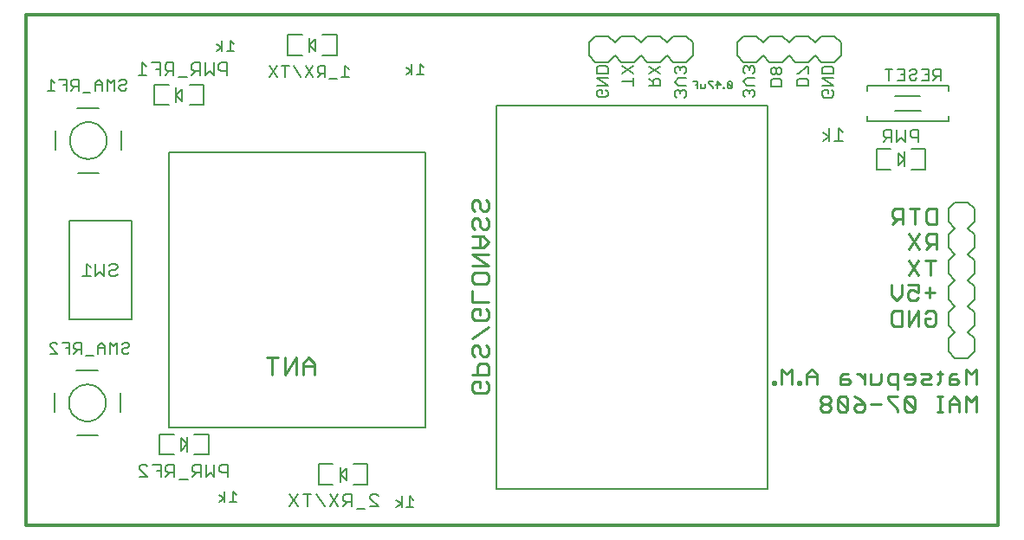
<source format=gbo>
G75*
%MOIN*%
%OFA0B0*%
%FSLAX24Y24*%
%IPPOS*%
%LPD*%
%AMOC8*
5,1,8,0,0,1.08239X$1,22.5*
%
%ADD10C,0.0080*%
%ADD11C,0.0110*%
%ADD12C,0.0120*%
%ADD13C,0.0050*%
D10*
X004512Y002030D02*
X004832Y002030D01*
X004512Y002351D01*
X004512Y002431D01*
X004592Y002511D01*
X004752Y002511D01*
X004832Y002431D01*
X005028Y002511D02*
X005348Y002511D01*
X005348Y002030D01*
X005543Y002030D02*
X005703Y002190D01*
X005623Y002190D02*
X005863Y002190D01*
X005863Y002030D02*
X005863Y002511D01*
X005623Y002511D01*
X005543Y002431D01*
X005543Y002271D01*
X005623Y002190D01*
X005348Y002271D02*
X005188Y002271D01*
X005299Y002896D02*
X005299Y003683D01*
X005851Y003683D01*
X006126Y003525D02*
X006362Y003289D01*
X006126Y003053D01*
X006126Y003525D01*
X006362Y003565D02*
X006362Y003289D01*
X006362Y003014D01*
X006638Y002896D02*
X007189Y002896D01*
X007189Y003683D01*
X006638Y003683D01*
X005851Y002896D02*
X005299Y002896D01*
X006574Y002431D02*
X006574Y002271D01*
X006655Y002190D01*
X006895Y002190D01*
X006895Y002030D02*
X006895Y002511D01*
X006655Y002511D01*
X006574Y002431D01*
X007090Y002511D02*
X007090Y002030D01*
X007250Y002190D01*
X007410Y002030D01*
X007410Y002511D01*
X007606Y002431D02*
X007606Y002271D01*
X007686Y002190D01*
X007926Y002190D01*
X007926Y002030D02*
X007926Y002511D01*
X007686Y002511D01*
X007606Y002431D01*
X006735Y002190D02*
X006574Y002030D01*
X006379Y001950D02*
X006059Y001950D01*
X007598Y001338D02*
X007808Y001198D01*
X007598Y001058D01*
X007808Y001058D02*
X007808Y001478D01*
X008128Y001478D02*
X008268Y001338D01*
X008128Y001478D02*
X008128Y001058D01*
X008268Y001058D02*
X007988Y001058D01*
X010308Y000899D02*
X010628Y001379D01*
X010824Y001379D02*
X011144Y001379D01*
X010984Y001379D02*
X010984Y000899D01*
X010628Y000899D02*
X010308Y001379D01*
X011339Y001379D02*
X011660Y000899D01*
X011855Y000899D02*
X012175Y001379D01*
X012371Y001299D02*
X012371Y001139D01*
X012451Y001059D01*
X012691Y001059D01*
X012531Y001059D02*
X012371Y000899D01*
X012175Y000899D02*
X011855Y001379D01*
X012371Y001299D02*
X012451Y001379D01*
X012691Y001379D01*
X012691Y000899D01*
X012886Y000818D02*
X013206Y000818D01*
X013402Y000899D02*
X013722Y000899D01*
X013402Y001219D01*
X013402Y001299D01*
X013482Y001379D01*
X013642Y001379D01*
X013722Y001299D01*
X013310Y001735D02*
X012758Y001735D01*
X012483Y001892D02*
X012247Y002129D01*
X012483Y002365D01*
X012483Y001892D01*
X012247Y001853D02*
X012247Y002129D01*
X012247Y002404D01*
X011971Y002522D02*
X011420Y002522D01*
X011420Y001735D01*
X011971Y001735D01*
X012758Y002522D02*
X013310Y002522D01*
X013310Y001735D01*
X014404Y001149D02*
X014614Y001009D01*
X014404Y000869D01*
X014614Y000869D02*
X014614Y001289D01*
X014935Y001289D02*
X015075Y001149D01*
X014935Y001289D02*
X014935Y000869D01*
X015075Y000869D02*
X014794Y000869D01*
X003782Y004530D02*
X003782Y005278D01*
X002916Y006144D02*
X002089Y006144D01*
X002010Y006784D02*
X002151Y006925D01*
X002080Y006925D02*
X002291Y006925D01*
X002291Y006784D02*
X002291Y007205D01*
X002080Y007205D01*
X002010Y007135D01*
X002010Y006995D01*
X002080Y006925D01*
X001830Y006995D02*
X001690Y006995D01*
X001830Y007205D02*
X001830Y006784D01*
X001370Y006784D02*
X001090Y007065D01*
X001090Y007135D01*
X001160Y007205D01*
X001300Y007205D01*
X001370Y007135D01*
X001550Y007205D02*
X001830Y007205D01*
X001370Y006784D02*
X001090Y006784D01*
X002471Y006714D02*
X002751Y006714D01*
X002931Y006784D02*
X002931Y007065D01*
X003071Y007205D01*
X003211Y007065D01*
X003211Y006784D01*
X003392Y006784D02*
X003392Y007205D01*
X003532Y007065D01*
X003672Y007205D01*
X003672Y006784D01*
X003852Y006854D02*
X003922Y006784D01*
X004062Y006784D01*
X004132Y006854D01*
X004062Y006995D02*
X003922Y006995D01*
X003852Y006925D01*
X003852Y006854D01*
X004062Y006995D02*
X004132Y007065D01*
X004132Y007135D01*
X004062Y007205D01*
X003922Y007205D01*
X003852Y007135D01*
X003211Y006995D02*
X002931Y006995D01*
X001262Y005278D02*
X001262Y004530D01*
X001813Y004884D02*
X001815Y004937D01*
X001821Y004990D01*
X001831Y005042D01*
X001844Y005093D01*
X001862Y005143D01*
X001883Y005192D01*
X001908Y005239D01*
X001936Y005283D01*
X001968Y005326D01*
X002002Y005366D01*
X002040Y005404D01*
X002080Y005438D01*
X002123Y005470D01*
X002168Y005498D01*
X002214Y005523D01*
X002263Y005544D01*
X002313Y005562D01*
X002364Y005575D01*
X002416Y005585D01*
X002469Y005591D01*
X002522Y005593D01*
X002575Y005591D01*
X002628Y005585D01*
X002680Y005575D01*
X002731Y005562D01*
X002781Y005544D01*
X002830Y005523D01*
X002877Y005498D01*
X002921Y005470D01*
X002964Y005438D01*
X003004Y005404D01*
X003042Y005366D01*
X003076Y005326D01*
X003108Y005283D01*
X003136Y005238D01*
X003161Y005192D01*
X003182Y005143D01*
X003200Y005093D01*
X003213Y005042D01*
X003223Y004990D01*
X003229Y004937D01*
X003231Y004884D01*
X003229Y004831D01*
X003223Y004778D01*
X003213Y004726D01*
X003200Y004675D01*
X003182Y004625D01*
X003161Y004576D01*
X003136Y004529D01*
X003108Y004485D01*
X003076Y004442D01*
X003042Y004402D01*
X003004Y004364D01*
X002964Y004330D01*
X002921Y004298D01*
X002876Y004270D01*
X002830Y004245D01*
X002781Y004224D01*
X002731Y004206D01*
X002680Y004193D01*
X002628Y004183D01*
X002575Y004177D01*
X002522Y004175D01*
X002469Y004177D01*
X002416Y004183D01*
X002364Y004193D01*
X002313Y004206D01*
X002263Y004224D01*
X002214Y004245D01*
X002167Y004270D01*
X002123Y004298D01*
X002080Y004330D01*
X002040Y004364D01*
X002002Y004402D01*
X001968Y004442D01*
X001936Y004485D01*
X001908Y004530D01*
X001883Y004576D01*
X001862Y004625D01*
X001844Y004675D01*
X001831Y004726D01*
X001821Y004778D01*
X001815Y004831D01*
X001813Y004884D01*
X002129Y003625D02*
X002916Y003625D01*
X002843Y009770D02*
X002843Y010250D01*
X002647Y010090D02*
X002487Y010250D01*
X002487Y009770D01*
X002647Y009770D02*
X002327Y009770D01*
X002843Y009770D02*
X003003Y009930D01*
X003163Y009770D01*
X003163Y010250D01*
X003358Y010170D02*
X003439Y010250D01*
X003599Y010250D01*
X003679Y010170D01*
X003679Y010090D01*
X003599Y010010D01*
X003439Y010010D01*
X003358Y009930D01*
X003358Y009850D01*
X003439Y009770D01*
X003599Y009770D01*
X003679Y009850D01*
X002951Y013733D02*
X002163Y013733D01*
X001297Y014638D02*
X001297Y015386D01*
X001848Y014993D02*
X001850Y015046D01*
X001856Y015099D01*
X001866Y015151D01*
X001879Y015202D01*
X001897Y015252D01*
X001918Y015301D01*
X001943Y015348D01*
X001971Y015392D01*
X002003Y015435D01*
X002037Y015475D01*
X002075Y015513D01*
X002115Y015547D01*
X002158Y015579D01*
X002203Y015607D01*
X002249Y015632D01*
X002298Y015653D01*
X002348Y015671D01*
X002399Y015684D01*
X002451Y015694D01*
X002504Y015700D01*
X002557Y015702D01*
X002610Y015700D01*
X002663Y015694D01*
X002715Y015684D01*
X002766Y015671D01*
X002816Y015653D01*
X002865Y015632D01*
X002912Y015607D01*
X002956Y015579D01*
X002999Y015547D01*
X003039Y015513D01*
X003077Y015475D01*
X003111Y015435D01*
X003143Y015392D01*
X003171Y015347D01*
X003196Y015301D01*
X003217Y015252D01*
X003235Y015202D01*
X003248Y015151D01*
X003258Y015099D01*
X003264Y015046D01*
X003266Y014993D01*
X003264Y014940D01*
X003258Y014887D01*
X003248Y014835D01*
X003235Y014784D01*
X003217Y014734D01*
X003196Y014685D01*
X003171Y014638D01*
X003143Y014594D01*
X003111Y014551D01*
X003077Y014511D01*
X003039Y014473D01*
X002999Y014439D01*
X002956Y014407D01*
X002911Y014379D01*
X002865Y014354D01*
X002816Y014333D01*
X002766Y014315D01*
X002715Y014302D01*
X002663Y014292D01*
X002610Y014286D01*
X002557Y014284D01*
X002504Y014286D01*
X002451Y014292D01*
X002399Y014302D01*
X002348Y014315D01*
X002298Y014333D01*
X002249Y014354D01*
X002202Y014379D01*
X002158Y014407D01*
X002115Y014439D01*
X002075Y014473D01*
X002037Y014511D01*
X002003Y014551D01*
X001971Y014594D01*
X001943Y014639D01*
X001918Y014685D01*
X001897Y014734D01*
X001879Y014784D01*
X001866Y014835D01*
X001856Y014887D01*
X001850Y014940D01*
X001848Y014993D01*
X003817Y014638D02*
X003817Y015386D01*
X002951Y016252D02*
X002124Y016252D01*
X002364Y016851D02*
X002644Y016851D01*
X002824Y016921D02*
X002824Y017201D01*
X002964Y017341D01*
X003105Y017201D01*
X003105Y016921D01*
X003285Y016921D02*
X003285Y017341D01*
X003425Y017201D01*
X003565Y017341D01*
X003565Y016921D01*
X003745Y016991D02*
X003815Y016921D01*
X003955Y016921D01*
X004025Y016991D01*
X003955Y017131D02*
X003815Y017131D01*
X003745Y017061D01*
X003745Y016991D01*
X003955Y017131D02*
X004025Y017201D01*
X004025Y017271D01*
X003955Y017341D01*
X003815Y017341D01*
X003745Y017271D01*
X003105Y017131D02*
X002824Y017131D01*
X002184Y017061D02*
X001974Y017061D01*
X001904Y017131D01*
X001904Y017271D01*
X001974Y017341D01*
X002184Y017341D01*
X002184Y016921D01*
X002044Y017061D02*
X001904Y016921D01*
X001723Y016921D02*
X001723Y017341D01*
X001443Y017341D01*
X001263Y017201D02*
X001123Y017341D01*
X001123Y016921D01*
X001263Y016921D02*
X000983Y016921D01*
X001583Y017131D02*
X001723Y017131D01*
X004481Y017509D02*
X004802Y017509D01*
X004642Y017509D02*
X004642Y017990D01*
X004802Y017829D01*
X004997Y017990D02*
X005317Y017990D01*
X005317Y017509D01*
X005513Y017509D02*
X005673Y017669D01*
X005593Y017669D02*
X005833Y017669D01*
X005833Y017509D02*
X005833Y017990D01*
X005593Y017990D01*
X005513Y017909D01*
X005513Y017749D01*
X005593Y017669D01*
X005317Y017749D02*
X005157Y017749D01*
X006028Y017429D02*
X006349Y017429D01*
X006544Y017509D02*
X006704Y017669D01*
X006624Y017669D02*
X006864Y017669D01*
X006864Y017509D02*
X006864Y017990D01*
X006624Y017990D01*
X006544Y017909D01*
X006544Y017749D01*
X006624Y017669D01*
X007060Y017509D02*
X007060Y017990D01*
X007380Y017990D02*
X007380Y017509D01*
X007220Y017669D01*
X007060Y017509D01*
X007000Y017143D02*
X006449Y017143D01*
X006174Y016985D02*
X006174Y016513D01*
X005937Y016749D01*
X006174Y016985D01*
X005937Y017025D02*
X005937Y016749D01*
X005937Y016474D01*
X005662Y016355D02*
X005111Y016355D01*
X005111Y017143D01*
X005662Y017143D01*
X007000Y017143D02*
X007000Y016355D01*
X006449Y016355D01*
X007896Y017509D02*
X007896Y017990D01*
X007655Y017990D01*
X007575Y017909D01*
X007575Y017749D01*
X007655Y017669D01*
X007896Y017669D01*
X007879Y018424D02*
X008160Y018424D01*
X008019Y018424D02*
X008019Y018844D01*
X008160Y018704D01*
X007699Y018564D02*
X007489Y018704D01*
X007699Y018564D02*
X007489Y018424D01*
X007699Y018424D02*
X007699Y018844D01*
X009541Y017864D02*
X009821Y017444D01*
X009541Y017444D02*
X009821Y017864D01*
X010001Y017864D02*
X010282Y017864D01*
X010142Y017864D02*
X010142Y017444D01*
X010462Y017864D02*
X010742Y017444D01*
X010922Y017444D02*
X011202Y017864D01*
X011383Y017794D02*
X011383Y017654D01*
X011453Y017584D01*
X011663Y017584D01*
X011663Y017444D02*
X011663Y017864D01*
X011453Y017864D01*
X011383Y017794D01*
X011523Y017584D02*
X011383Y017444D01*
X011202Y017444D02*
X010922Y017864D01*
X010790Y018270D02*
X010239Y018270D01*
X010239Y019058D01*
X010790Y019058D01*
X011066Y018940D02*
X011066Y018664D01*
X011302Y018428D01*
X011302Y018900D01*
X011066Y018664D01*
X011066Y018388D01*
X011577Y018270D02*
X012129Y018270D01*
X012129Y019058D01*
X011577Y019058D01*
X012444Y017864D02*
X012444Y017444D01*
X012584Y017444D02*
X012303Y017444D01*
X012123Y017374D02*
X011843Y017374D01*
X012444Y017864D02*
X012584Y017724D01*
X014789Y017809D02*
X014999Y017669D01*
X014789Y017529D01*
X014999Y017529D02*
X014999Y017949D01*
X015319Y017949D02*
X015319Y017529D01*
X015459Y017529D02*
X015179Y017529D01*
X015459Y017809D02*
X015319Y017949D01*
X021822Y018270D02*
X022072Y018020D01*
X022572Y018020D01*
X022822Y018270D01*
X023072Y018020D01*
X023572Y018020D01*
X023822Y018270D01*
X024072Y018020D01*
X024572Y018020D01*
X024822Y018270D01*
X025072Y018020D01*
X025572Y018020D01*
X025822Y018270D01*
X025822Y018770D01*
X025572Y019020D01*
X025072Y019020D01*
X024822Y018770D01*
X024572Y019020D01*
X024072Y019020D01*
X023822Y018770D01*
X023572Y019020D01*
X023072Y019020D01*
X022822Y018770D01*
X022572Y019020D01*
X022072Y019020D01*
X021822Y018770D01*
X021822Y018270D01*
X022195Y017861D02*
X022475Y017861D01*
X022546Y017791D01*
X022546Y017581D01*
X022125Y017581D01*
X022125Y017791D01*
X022195Y017861D01*
X022125Y017401D02*
X022546Y017401D01*
X022546Y017120D02*
X022125Y017120D01*
X022195Y016940D02*
X022335Y016940D01*
X022335Y016800D01*
X022475Y016660D02*
X022195Y016660D01*
X022125Y016730D01*
X022125Y016870D01*
X022195Y016940D01*
X022475Y016940D02*
X022546Y016870D01*
X022546Y016730D01*
X022475Y016660D01*
X022546Y017120D02*
X022125Y017401D01*
X023105Y017260D02*
X023526Y017260D01*
X023526Y017120D02*
X023526Y017400D01*
X023526Y017580D02*
X023105Y017861D01*
X023105Y017580D02*
X023526Y017861D01*
X024145Y017841D02*
X024566Y017560D01*
X024495Y017380D02*
X024355Y017380D01*
X024285Y017310D01*
X024285Y017100D01*
X024145Y017100D02*
X024566Y017100D01*
X024566Y017310D01*
X024495Y017380D01*
X024285Y017240D02*
X024145Y017380D01*
X024145Y017560D02*
X024566Y017841D01*
X025135Y017781D02*
X025135Y017641D01*
X025205Y017571D01*
X025275Y017391D02*
X025135Y017251D01*
X025275Y017110D01*
X025556Y017110D01*
X025485Y016930D02*
X025415Y016930D01*
X025345Y016860D01*
X025275Y016930D01*
X025205Y016930D01*
X025135Y016860D01*
X025135Y016720D01*
X025205Y016650D01*
X025345Y016790D02*
X025345Y016860D01*
X025485Y016930D02*
X025556Y016860D01*
X025556Y016720D01*
X025485Y016650D01*
X025556Y017391D02*
X025275Y017391D01*
X025485Y017571D02*
X025556Y017641D01*
X025556Y017781D01*
X025485Y017851D01*
X025415Y017851D01*
X025345Y017781D01*
X025275Y017851D01*
X025205Y017851D01*
X025135Y017781D01*
X025345Y017781D02*
X025345Y017711D01*
X027513Y018265D02*
X027513Y018765D01*
X027763Y019015D01*
X028263Y019015D01*
X028513Y018765D01*
X028763Y019015D01*
X029263Y019015D01*
X029513Y018765D01*
X029763Y019015D01*
X030263Y019015D01*
X030513Y018765D01*
X030763Y019015D01*
X031263Y019015D01*
X031513Y018765D01*
X031513Y018265D01*
X031263Y018015D01*
X030763Y018015D01*
X030513Y018265D01*
X030263Y018015D01*
X029763Y018015D01*
X029513Y018265D01*
X029263Y018015D01*
X028763Y018015D01*
X028513Y018265D01*
X028263Y018015D01*
X027763Y018015D01*
X027513Y018265D01*
X027838Y017856D02*
X027768Y017786D01*
X027768Y017645D01*
X027838Y017575D01*
X027908Y017395D02*
X028189Y017395D01*
X028119Y017575D02*
X028189Y017645D01*
X028189Y017786D01*
X028119Y017856D01*
X028049Y017856D01*
X027979Y017786D01*
X027908Y017856D01*
X027838Y017856D01*
X027979Y017786D02*
X027979Y017715D01*
X027908Y017395D02*
X027768Y017255D01*
X027908Y017115D01*
X028189Y017115D01*
X028119Y016935D02*
X028049Y016935D01*
X027979Y016865D01*
X027908Y016935D01*
X027838Y016935D01*
X027768Y016865D01*
X027768Y016725D01*
X027838Y016655D01*
X027979Y016795D02*
X027979Y016865D01*
X028119Y016935D02*
X028189Y016865D01*
X028189Y016725D01*
X028119Y016655D01*
X028819Y017081D02*
X028819Y017291D01*
X028890Y017361D01*
X029170Y017361D01*
X029240Y017291D01*
X029240Y017081D01*
X028819Y017081D01*
X028890Y017541D02*
X028960Y017541D01*
X029030Y017611D01*
X029030Y017751D01*
X028960Y017821D01*
X028890Y017821D01*
X028819Y017751D01*
X028819Y017611D01*
X028890Y017541D01*
X029030Y017611D02*
X029100Y017541D01*
X029170Y017541D01*
X029240Y017611D01*
X029240Y017751D01*
X029170Y017821D01*
X029100Y017821D01*
X029030Y017751D01*
X029829Y017562D02*
X029899Y017562D01*
X030180Y017842D01*
X030250Y017842D01*
X030250Y017562D01*
X030180Y017382D02*
X029899Y017382D01*
X029829Y017312D01*
X029829Y017102D01*
X030250Y017102D01*
X030250Y017312D01*
X030180Y017382D01*
X030802Y017393D02*
X031222Y017393D01*
X031222Y017573D02*
X030802Y017573D01*
X030802Y017784D01*
X030872Y017854D01*
X031152Y017854D01*
X031222Y017784D01*
X031222Y017573D01*
X030802Y017393D02*
X031222Y017113D01*
X030802Y017113D01*
X030872Y016933D02*
X031012Y016933D01*
X031012Y016793D01*
X031152Y016933D02*
X031222Y016863D01*
X031222Y016723D01*
X031152Y016653D01*
X030872Y016653D01*
X030802Y016723D01*
X030802Y016863D01*
X030872Y016933D01*
X032516Y016911D02*
X032516Y017108D01*
X035666Y017108D01*
X035666Y016911D01*
X035353Y017321D02*
X035353Y017742D01*
X035143Y017742D01*
X035073Y017672D01*
X035073Y017532D01*
X035143Y017461D01*
X035353Y017461D01*
X035213Y017461D02*
X035073Y017321D01*
X034892Y017321D02*
X034612Y017321D01*
X034432Y017391D02*
X034362Y017321D01*
X034222Y017321D01*
X034152Y017391D01*
X034152Y017461D01*
X034222Y017532D01*
X034362Y017532D01*
X034432Y017602D01*
X034432Y017672D01*
X034362Y017742D01*
X034222Y017742D01*
X034152Y017672D01*
X033972Y017742D02*
X033972Y017321D01*
X033691Y017321D01*
X033832Y017532D02*
X033972Y017532D01*
X033972Y017742D02*
X033691Y017742D01*
X033511Y017742D02*
X033231Y017742D01*
X033371Y017742D02*
X033371Y017321D01*
X033599Y016714D02*
X034563Y016714D01*
X034583Y016124D02*
X033599Y016124D01*
X033664Y015421D02*
X033664Y014941D01*
X033824Y015101D01*
X033984Y014941D01*
X033984Y015421D01*
X034179Y015341D02*
X034259Y015421D01*
X034499Y015421D01*
X034499Y014941D01*
X034499Y015101D02*
X034259Y015101D01*
X034179Y015181D01*
X034179Y015341D01*
X033468Y015421D02*
X033468Y014941D01*
X033468Y015101D02*
X033228Y015101D01*
X033148Y015181D01*
X033148Y015341D01*
X033228Y015421D01*
X033468Y015421D01*
X033308Y015101D02*
X033148Y014941D01*
X032888Y014674D02*
X033439Y014674D01*
X033714Y014517D02*
X033951Y014281D01*
X033714Y014044D01*
X033714Y014517D01*
X033951Y014556D02*
X033951Y014281D01*
X033951Y014005D01*
X034226Y013887D02*
X034777Y013887D01*
X034777Y014674D01*
X034226Y014674D01*
X032888Y014674D02*
X032888Y013887D01*
X033439Y013887D01*
X031586Y014984D02*
X031266Y014984D01*
X031426Y014984D02*
X031426Y015464D01*
X031586Y015304D01*
X031070Y015144D02*
X030830Y015304D01*
X031070Y015144D02*
X030830Y014984D01*
X031070Y014984D02*
X031070Y015464D01*
X032516Y015730D02*
X035666Y015730D01*
X035666Y015927D01*
X034892Y017321D02*
X034892Y017742D01*
X034612Y017742D01*
X034752Y017532D02*
X034892Y017532D01*
X032516Y015927D02*
X032516Y015730D01*
X035656Y012367D02*
X035906Y012617D01*
X036406Y012617D01*
X036656Y012367D01*
X036656Y011867D01*
X036406Y011617D01*
X036656Y011367D01*
X036656Y010867D01*
X036406Y010617D01*
X036656Y010367D01*
X036656Y009867D01*
X036406Y009617D01*
X036656Y009367D01*
X036656Y008867D01*
X036406Y008617D01*
X036656Y008367D01*
X036656Y007867D01*
X036406Y007617D01*
X036656Y007367D01*
X036656Y006867D01*
X036406Y006617D01*
X035906Y006617D01*
X035656Y006867D01*
X035656Y007367D01*
X035906Y007617D01*
X035656Y007867D01*
X035656Y008367D01*
X035906Y008617D01*
X035656Y008867D01*
X035656Y009367D01*
X035906Y009617D01*
X035656Y009867D01*
X035656Y010367D01*
X035906Y010617D01*
X035656Y010867D01*
X035656Y011367D01*
X035906Y011617D01*
X035656Y011867D01*
X035656Y012367D01*
D11*
X035188Y012373D02*
X034893Y012373D01*
X034794Y012274D01*
X034794Y011881D01*
X034893Y011782D01*
X035188Y011782D01*
X035188Y012373D01*
X034544Y012373D02*
X034150Y012373D01*
X034347Y012373D02*
X034347Y011782D01*
X034535Y011398D02*
X034142Y010807D01*
X034535Y010807D02*
X034142Y011398D01*
X033899Y011782D02*
X033899Y012373D01*
X033604Y012373D01*
X033505Y012274D01*
X033505Y012078D01*
X033604Y011979D01*
X033899Y011979D01*
X033702Y011979D02*
X033505Y011782D01*
X034786Y011299D02*
X034786Y011102D01*
X034885Y011004D01*
X035180Y011004D01*
X035180Y010807D02*
X035180Y011398D01*
X034885Y011398D01*
X034786Y011299D01*
X034983Y011004D02*
X034786Y010807D01*
X034756Y010379D02*
X035150Y010379D01*
X034953Y010379D02*
X034953Y009789D01*
X034505Y009789D02*
X034112Y010379D01*
X034505Y010379D02*
X034112Y009789D01*
X034102Y009431D02*
X034495Y009431D01*
X034495Y009135D01*
X034299Y009234D01*
X034200Y009234D01*
X034102Y009135D01*
X034102Y008939D01*
X034200Y008840D01*
X034397Y008840D01*
X034495Y008939D01*
X034746Y009135D02*
X035140Y009135D01*
X034943Y008939D02*
X034943Y009332D01*
X033851Y009431D02*
X033851Y009037D01*
X033654Y008840D01*
X033457Y009037D01*
X033457Y009431D01*
X033568Y008435D02*
X033863Y008435D01*
X033863Y007844D01*
X033568Y007844D01*
X033470Y007943D01*
X033470Y008336D01*
X033568Y008435D01*
X034114Y008435D02*
X034114Y007844D01*
X034508Y008435D01*
X034508Y007844D01*
X034759Y007943D02*
X034759Y008140D01*
X034956Y008140D01*
X035153Y008336D02*
X035153Y007943D01*
X035054Y007844D01*
X034857Y007844D01*
X034759Y007943D01*
X034759Y008336D02*
X034857Y008435D01*
X035054Y008435D01*
X035153Y008336D01*
X035332Y006088D02*
X035332Y005694D01*
X035233Y005596D01*
X035000Y005596D02*
X034705Y005596D01*
X034607Y005694D01*
X034705Y005793D01*
X034902Y005793D01*
X035000Y005891D01*
X034902Y005989D01*
X034607Y005989D01*
X034356Y005891D02*
X034257Y005989D01*
X034061Y005989D01*
X033962Y005891D01*
X033962Y005793D01*
X034356Y005793D01*
X034356Y005891D02*
X034356Y005694D01*
X034257Y005596D01*
X034061Y005596D01*
X033711Y005596D02*
X033416Y005596D01*
X033318Y005694D01*
X033318Y005891D01*
X033416Y005989D01*
X033711Y005989D01*
X033711Y005399D01*
X033711Y005136D02*
X033318Y005136D01*
X033318Y005038D01*
X033711Y004644D01*
X033711Y004546D01*
X033962Y004644D02*
X034061Y004546D01*
X034257Y004546D01*
X034356Y004644D01*
X033962Y005038D01*
X033962Y004644D01*
X034356Y004644D02*
X034356Y005038D01*
X034257Y005136D01*
X034061Y005136D01*
X033962Y005038D01*
X033067Y004841D02*
X032673Y004841D01*
X032422Y004841D02*
X032422Y004644D01*
X032324Y004546D01*
X032127Y004546D01*
X032029Y004644D01*
X032029Y004743D01*
X032127Y004841D01*
X032422Y004841D01*
X032225Y005038D01*
X032029Y005136D01*
X031778Y005038D02*
X031679Y005136D01*
X031482Y005136D01*
X031384Y005038D01*
X031778Y004644D01*
X031679Y004546D01*
X031482Y004546D01*
X031384Y004644D01*
X031384Y005038D01*
X031133Y005038D02*
X031133Y004939D01*
X031035Y004841D01*
X030838Y004841D01*
X030739Y004743D01*
X030739Y004644D01*
X030838Y004546D01*
X031035Y004546D01*
X031133Y004644D01*
X031133Y004743D01*
X031035Y004841D01*
X030838Y004841D02*
X030739Y004939D01*
X030739Y005038D01*
X030838Y005136D01*
X031035Y005136D01*
X031133Y005038D01*
X031778Y005038D02*
X031778Y004644D01*
X031787Y005596D02*
X031491Y005596D01*
X031491Y005891D01*
X031590Y005989D01*
X031787Y005989D01*
X031787Y005793D02*
X031491Y005793D01*
X031787Y005793D02*
X031885Y005694D01*
X031787Y005596D01*
X032225Y005989D02*
X032422Y005793D01*
X032422Y005989D02*
X032422Y005596D01*
X032673Y005596D02*
X032673Y005989D01*
X033067Y005989D02*
X033067Y005694D01*
X032968Y005596D01*
X032673Y005596D01*
X032225Y005989D02*
X032127Y005989D01*
X030596Y005989D02*
X030596Y005596D01*
X030202Y005596D02*
X030202Y005989D01*
X030399Y006186D01*
X030596Y005989D01*
X030596Y005891D02*
X030202Y005891D01*
X029951Y005694D02*
X029853Y005694D01*
X029853Y005596D01*
X029951Y005596D01*
X029951Y005694D01*
X029629Y005596D02*
X029629Y006186D01*
X029432Y005989D01*
X029235Y006186D01*
X029235Y005596D01*
X028985Y005596D02*
X028985Y005694D01*
X028886Y005694D01*
X028886Y005596D01*
X028985Y005596D01*
X035233Y005989D02*
X035430Y005989D01*
X035681Y005891D02*
X035681Y005596D01*
X035976Y005596D01*
X036075Y005694D01*
X035976Y005793D01*
X035681Y005793D01*
X035681Y005891D02*
X035779Y005989D01*
X035976Y005989D01*
X036326Y006186D02*
X036326Y005596D01*
X036719Y005596D02*
X036719Y006186D01*
X036522Y005989D01*
X036326Y006186D01*
X036326Y005136D02*
X036326Y004546D01*
X036075Y004546D02*
X036075Y004939D01*
X035878Y005136D01*
X035681Y004939D01*
X035681Y004546D01*
X035430Y004546D02*
X035233Y004546D01*
X035332Y004546D02*
X035332Y005136D01*
X035430Y005136D02*
X035233Y005136D01*
X035681Y004841D02*
X036075Y004841D01*
X036326Y005136D02*
X036522Y004939D01*
X036719Y005136D01*
X036719Y004546D01*
X017968Y005374D02*
X017859Y005266D01*
X017426Y005266D01*
X017317Y005374D01*
X017317Y005591D01*
X017426Y005699D01*
X017643Y005699D01*
X017643Y005483D01*
X017859Y005699D02*
X017968Y005591D01*
X017968Y005374D01*
X017968Y005966D02*
X017317Y005966D01*
X017534Y005966D02*
X017534Y006291D01*
X017643Y006399D01*
X017859Y006399D01*
X017968Y006291D01*
X017968Y005966D01*
X017859Y006665D02*
X017751Y006665D01*
X017643Y006774D01*
X017643Y006991D01*
X017534Y007099D01*
X017426Y007099D01*
X017317Y006991D01*
X017317Y006774D01*
X017426Y006665D01*
X017859Y006665D02*
X017968Y006774D01*
X017968Y006991D01*
X017859Y007099D01*
X017317Y007365D02*
X017968Y007799D01*
X017859Y008065D02*
X017426Y008065D01*
X017317Y008173D01*
X017317Y008390D01*
X017426Y008499D01*
X017643Y008499D01*
X017643Y008282D01*
X017859Y008499D02*
X017968Y008390D01*
X017968Y008173D01*
X017859Y008065D01*
X017968Y008765D02*
X017317Y008765D01*
X017317Y009198D01*
X017426Y009464D02*
X017317Y009573D01*
X017317Y009790D01*
X017426Y009898D01*
X017859Y009898D01*
X017968Y009790D01*
X017968Y009573D01*
X017859Y009464D01*
X017426Y009464D01*
X017317Y010164D02*
X017968Y010164D01*
X017317Y010598D01*
X017968Y010598D01*
X017751Y010864D02*
X017317Y010864D01*
X017643Y010864D02*
X017643Y011298D01*
X017751Y011298D02*
X017968Y011081D01*
X017751Y010864D01*
X017751Y011298D02*
X017317Y011298D01*
X017426Y011564D02*
X017317Y011672D01*
X017317Y011889D01*
X017426Y011998D01*
X017534Y011998D01*
X017643Y011889D01*
X017643Y011672D01*
X017751Y011564D01*
X017859Y011564D01*
X017968Y011672D01*
X017968Y011889D01*
X017859Y011998D01*
X017859Y012264D02*
X017751Y012264D01*
X017643Y012372D01*
X017643Y012589D01*
X017534Y012697D01*
X017426Y012697D01*
X017317Y012589D01*
X017317Y012372D01*
X017426Y012264D01*
X017859Y012264D02*
X017968Y012372D01*
X017968Y012589D01*
X017859Y012697D01*
X011260Y006408D02*
X011043Y006625D01*
X010826Y006408D01*
X010826Y005974D01*
X010560Y005974D02*
X010560Y006625D01*
X010126Y005974D01*
X010126Y006625D01*
X009860Y006625D02*
X009426Y006625D01*
X009643Y006625D02*
X009643Y005974D01*
X010826Y006299D02*
X011260Y006299D01*
X011260Y006408D02*
X011260Y005974D01*
D12*
X000160Y000160D02*
X037562Y000160D01*
X037562Y019845D01*
X000160Y019845D01*
X000160Y000160D01*
D13*
X005672Y003923D02*
X015514Y003923D01*
X015514Y014553D01*
X005672Y014553D01*
X005672Y003923D01*
X004219Y008113D02*
X001825Y008113D01*
X001825Y011892D01*
X004219Y011892D01*
X004219Y008113D01*
X018270Y001561D02*
X018270Y016322D01*
X028700Y016322D01*
X028700Y001561D01*
X018270Y001561D01*
X026005Y016993D02*
X026005Y017263D01*
X025825Y017263D01*
X025915Y017128D02*
X026005Y017128D01*
X026120Y017173D02*
X026120Y016993D01*
X026255Y016993D01*
X026300Y017038D01*
X026300Y017173D01*
X026414Y017218D02*
X026594Y017038D01*
X026594Y016993D01*
X026754Y016993D02*
X026754Y017263D01*
X026889Y017128D01*
X026709Y017128D01*
X026594Y017263D02*
X026414Y017263D01*
X026414Y017218D01*
X026991Y017038D02*
X026991Y016993D01*
X027036Y016993D01*
X027036Y017038D01*
X026991Y017038D01*
X027151Y017038D02*
X027196Y016993D01*
X027286Y016993D01*
X027331Y017038D01*
X027151Y017218D01*
X027151Y017038D01*
X027331Y017038D02*
X027331Y017218D01*
X027286Y017263D01*
X027196Y017263D01*
X027151Y017218D01*
M02*

</source>
